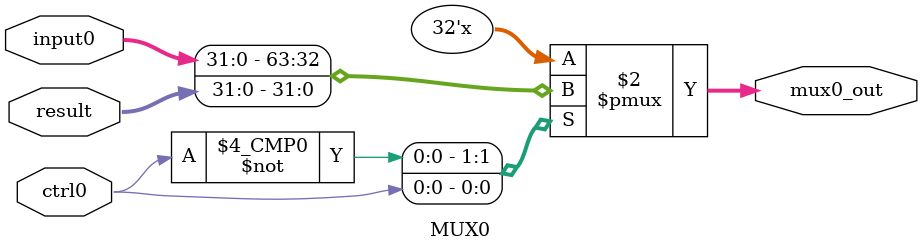
<source format=v>
module MUX0(
    input [31:0] input0,
    input [31:0] result,
    input ctrl0,
    output reg [31:0] mux0_out
  );

  always@(*)
  begin
    case (ctrl0)
      1'b0:
        mux0_out=input0;
      1'b1:
        mux0_out=result;
    endcase
  end

endmodule

</source>
